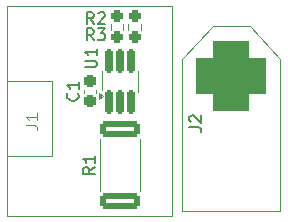
<source format=gbr>
%TF.GenerationSoftware,KiCad,Pcbnew,8.0.9-8.0.9-0~ubuntu22.04.1*%
%TF.CreationDate,2025-08-20T20:13:53+09:00*%
%TF.ProjectId,PD-Trigger,50442d54-7269-4676-9765-722e6b696361,rev?*%
%TF.SameCoordinates,Original*%
%TF.FileFunction,Legend,Top*%
%TF.FilePolarity,Positive*%
%FSLAX46Y46*%
G04 Gerber Fmt 4.6, Leading zero omitted, Abs format (unit mm)*
G04 Created by KiCad (PCBNEW 8.0.9-8.0.9-0~ubuntu22.04.1) date 2025-08-20 20:13:53*
%MOMM*%
%LPD*%
G01*
G04 APERTURE LIST*
G04 Aperture macros list*
%AMRoundRect*
0 Rectangle with rounded corners*
0 $1 Rounding radius*
0 $2 $3 $4 $5 $6 $7 $8 $9 X,Y pos of 4 corners*
0 Add a 4 corners polygon primitive as box body*
4,1,4,$2,$3,$4,$5,$6,$7,$8,$9,$2,$3,0*
0 Add four circle primitives for the rounded corners*
1,1,$1+$1,$2,$3*
1,1,$1+$1,$4,$5*
1,1,$1+$1,$6,$7*
1,1,$1+$1,$8,$9*
0 Add four rect primitives between the rounded corners*
20,1,$1+$1,$2,$3,$4,$5,0*
20,1,$1+$1,$4,$5,$6,$7,0*
20,1,$1+$1,$6,$7,$8,$9,0*
20,1,$1+$1,$8,$9,$2,$3,0*%
G04 Aperture macros list end*
%ADD10C,0.100000*%
%ADD11C,0.150000*%
%ADD12C,0.120000*%
%ADD13C,1.524000*%
%ADD14RoundRect,1.500000X-1.500000X1.500000X-1.500000X-1.500000X1.500000X-1.500000X1.500000X1.500000X0*%
%ADD15C,6.000000*%
%ADD16RoundRect,0.237500X0.237500X-0.250000X0.237500X0.250000X-0.237500X0.250000X-0.237500X-0.250000X0*%
%ADD17RoundRect,0.237500X0.237500X-0.300000X0.237500X0.300000X-0.237500X0.300000X-0.237500X-0.300000X0*%
%ADD18RoundRect,0.162500X0.162500X-0.837500X0.162500X0.837500X-0.162500X0.837500X-0.162500X-0.837500X0*%
%ADD19RoundRect,0.249999X1.425001X-0.450001X1.425001X0.450001X-1.425001X0.450001X-1.425001X-0.450001X0*%
G04 APERTURE END LIST*
D10*
X42789819Y-46256533D02*
X43504104Y-46256533D01*
X43504104Y-46256533D02*
X43646961Y-46304152D01*
X43646961Y-46304152D02*
X43742200Y-46399390D01*
X43742200Y-46399390D02*
X43789819Y-46542247D01*
X43789819Y-46542247D02*
X43789819Y-46637485D01*
X43789819Y-45256533D02*
X43789819Y-45827961D01*
X43789819Y-45542247D02*
X42789819Y-45542247D01*
X42789819Y-45542247D02*
X42932676Y-45637485D01*
X42932676Y-45637485D02*
X43027914Y-45732723D01*
X43027914Y-45732723D02*
X43075533Y-45827961D01*
D11*
X56655619Y-46408933D02*
X57369904Y-46408933D01*
X57369904Y-46408933D02*
X57512761Y-46456552D01*
X57512761Y-46456552D02*
X57608000Y-46551790D01*
X57608000Y-46551790D02*
X57655619Y-46694647D01*
X57655619Y-46694647D02*
X57655619Y-46789885D01*
X56750857Y-45980361D02*
X56703238Y-45932742D01*
X56703238Y-45932742D02*
X56655619Y-45837504D01*
X56655619Y-45837504D02*
X56655619Y-45599409D01*
X56655619Y-45599409D02*
X56703238Y-45504171D01*
X56703238Y-45504171D02*
X56750857Y-45456552D01*
X56750857Y-45456552D02*
X56846095Y-45408933D01*
X56846095Y-45408933D02*
X56941333Y-45408933D01*
X56941333Y-45408933D02*
X57084190Y-45456552D01*
X57084190Y-45456552D02*
X57655619Y-46027980D01*
X57655619Y-46027980D02*
X57655619Y-45408933D01*
X48550533Y-39062819D02*
X48217200Y-38586628D01*
X47979105Y-39062819D02*
X47979105Y-38062819D01*
X47979105Y-38062819D02*
X48360057Y-38062819D01*
X48360057Y-38062819D02*
X48455295Y-38110438D01*
X48455295Y-38110438D02*
X48502914Y-38158057D01*
X48502914Y-38158057D02*
X48550533Y-38253295D01*
X48550533Y-38253295D02*
X48550533Y-38396152D01*
X48550533Y-38396152D02*
X48502914Y-38491390D01*
X48502914Y-38491390D02*
X48455295Y-38539009D01*
X48455295Y-38539009D02*
X48360057Y-38586628D01*
X48360057Y-38586628D02*
X47979105Y-38586628D01*
X48883867Y-38062819D02*
X49502914Y-38062819D01*
X49502914Y-38062819D02*
X49169581Y-38443771D01*
X49169581Y-38443771D02*
X49312438Y-38443771D01*
X49312438Y-38443771D02*
X49407676Y-38491390D01*
X49407676Y-38491390D02*
X49455295Y-38539009D01*
X49455295Y-38539009D02*
X49502914Y-38634247D01*
X49502914Y-38634247D02*
X49502914Y-38872342D01*
X49502914Y-38872342D02*
X49455295Y-38967580D01*
X49455295Y-38967580D02*
X49407676Y-39015200D01*
X49407676Y-39015200D02*
X49312438Y-39062819D01*
X49312438Y-39062819D02*
X49026724Y-39062819D01*
X49026724Y-39062819D02*
X48931486Y-39015200D01*
X48931486Y-39015200D02*
X48883867Y-38967580D01*
X47189580Y-43549866D02*
X47237200Y-43597485D01*
X47237200Y-43597485D02*
X47284819Y-43740342D01*
X47284819Y-43740342D02*
X47284819Y-43835580D01*
X47284819Y-43835580D02*
X47237200Y-43978437D01*
X47237200Y-43978437D02*
X47141961Y-44073675D01*
X47141961Y-44073675D02*
X47046723Y-44121294D01*
X47046723Y-44121294D02*
X46856247Y-44168913D01*
X46856247Y-44168913D02*
X46713390Y-44168913D01*
X46713390Y-44168913D02*
X46522914Y-44121294D01*
X46522914Y-44121294D02*
X46427676Y-44073675D01*
X46427676Y-44073675D02*
X46332438Y-43978437D01*
X46332438Y-43978437D02*
X46284819Y-43835580D01*
X46284819Y-43835580D02*
X46284819Y-43740342D01*
X46284819Y-43740342D02*
X46332438Y-43597485D01*
X46332438Y-43597485D02*
X46380057Y-43549866D01*
X47284819Y-42597485D02*
X47284819Y-43168913D01*
X47284819Y-42883199D02*
X46284819Y-42883199D01*
X46284819Y-42883199D02*
X46427676Y-42978437D01*
X46427676Y-42978437D02*
X46522914Y-43073675D01*
X46522914Y-43073675D02*
X46570533Y-43168913D01*
X47791919Y-41351104D02*
X48601442Y-41351104D01*
X48601442Y-41351104D02*
X48696680Y-41303485D01*
X48696680Y-41303485D02*
X48744300Y-41255866D01*
X48744300Y-41255866D02*
X48791919Y-41160628D01*
X48791919Y-41160628D02*
X48791919Y-40970152D01*
X48791919Y-40970152D02*
X48744300Y-40874914D01*
X48744300Y-40874914D02*
X48696680Y-40827295D01*
X48696680Y-40827295D02*
X48601442Y-40779676D01*
X48601442Y-40779676D02*
X47791919Y-40779676D01*
X48791919Y-39779676D02*
X48791919Y-40351104D01*
X48791919Y-40065390D02*
X47791919Y-40065390D01*
X47791919Y-40065390D02*
X47934776Y-40160628D01*
X47934776Y-40160628D02*
X48030014Y-40255866D01*
X48030014Y-40255866D02*
X48077633Y-40351104D01*
X48634819Y-49796266D02*
X48158628Y-50129599D01*
X48634819Y-50367694D02*
X47634819Y-50367694D01*
X47634819Y-50367694D02*
X47634819Y-49986742D01*
X47634819Y-49986742D02*
X47682438Y-49891504D01*
X47682438Y-49891504D02*
X47730057Y-49843885D01*
X47730057Y-49843885D02*
X47825295Y-49796266D01*
X47825295Y-49796266D02*
X47968152Y-49796266D01*
X47968152Y-49796266D02*
X48063390Y-49843885D01*
X48063390Y-49843885D02*
X48111009Y-49891504D01*
X48111009Y-49891504D02*
X48158628Y-49986742D01*
X48158628Y-49986742D02*
X48158628Y-50367694D01*
X48634819Y-48843885D02*
X48634819Y-49415313D01*
X48634819Y-49129599D02*
X47634819Y-49129599D01*
X47634819Y-49129599D02*
X47777676Y-49224837D01*
X47777676Y-49224837D02*
X47872914Y-49320075D01*
X47872914Y-49320075D02*
X47920533Y-49415313D01*
X48550533Y-37691219D02*
X48217200Y-37215028D01*
X47979105Y-37691219D02*
X47979105Y-36691219D01*
X47979105Y-36691219D02*
X48360057Y-36691219D01*
X48360057Y-36691219D02*
X48455295Y-36738838D01*
X48455295Y-36738838D02*
X48502914Y-36786457D01*
X48502914Y-36786457D02*
X48550533Y-36881695D01*
X48550533Y-36881695D02*
X48550533Y-37024552D01*
X48550533Y-37024552D02*
X48502914Y-37119790D01*
X48502914Y-37119790D02*
X48455295Y-37167409D01*
X48455295Y-37167409D02*
X48360057Y-37215028D01*
X48360057Y-37215028D02*
X47979105Y-37215028D01*
X48931486Y-36786457D02*
X48979105Y-36738838D01*
X48979105Y-36738838D02*
X49074343Y-36691219D01*
X49074343Y-36691219D02*
X49312438Y-36691219D01*
X49312438Y-36691219D02*
X49407676Y-36738838D01*
X49407676Y-36738838D02*
X49455295Y-36786457D01*
X49455295Y-36786457D02*
X49502914Y-36881695D01*
X49502914Y-36881695D02*
X49502914Y-36976933D01*
X49502914Y-36976933D02*
X49455295Y-37119790D01*
X49455295Y-37119790D02*
X48883867Y-37691219D01*
X48883867Y-37691219D02*
X49502914Y-37691219D01*
%TO.C,J1*%
D10*
X45061200Y-48871200D02*
X41251200Y-48871200D01*
X41251200Y-42521200D01*
X45061200Y-42521200D01*
X45061200Y-48871200D01*
X55221200Y-53951200D02*
X41251200Y-53951200D01*
X41251200Y-36171200D01*
X55221200Y-36171200D01*
X55221200Y-53951200D01*
D12*
%TO.C,J2*%
X56048000Y-40676000D02*
X56048000Y-53526000D01*
X56048000Y-53526000D02*
X64348000Y-53526000D01*
X58648000Y-37826000D02*
X56048000Y-40676000D01*
X61798000Y-37826000D02*
X58648000Y-37826000D01*
X64348000Y-40676000D02*
X61798000Y-37826000D01*
X64348000Y-53526000D02*
X64348000Y-40676000D01*
%TO.C,R3*%
X50023500Y-38153424D02*
X50023500Y-37643976D01*
X51068500Y-38153424D02*
X51068500Y-37643976D01*
%TO.C,C1*%
X47750000Y-43529467D02*
X47750000Y-43236933D01*
X48770000Y-43529467D02*
X48770000Y-43236933D01*
%TO.C,U1*%
X49274800Y-42456800D02*
X49274800Y-41656800D01*
X49274800Y-42456800D02*
X49274800Y-43256800D01*
X52344800Y-43416800D02*
X52344800Y-41656800D01*
X49324800Y-43756800D02*
X48994800Y-43996800D01*
X48994800Y-43516800D01*
X49324800Y-43756800D01*
G36*
X49324800Y-43756800D02*
G01*
X48994800Y-43996800D01*
X48994800Y-43516800D01*
X49324800Y-43756800D01*
G37*
%TO.C,R1*%
X49090000Y-51806664D02*
X49090000Y-47452536D01*
X52510000Y-51806664D02*
X52510000Y-47452536D01*
%TO.C,R2*%
X51496700Y-38153424D02*
X51496700Y-37643976D01*
X52541700Y-38153424D02*
X52541700Y-37643976D01*
%TD*%
%LPC*%
D13*
%TO.C,J1*%
X53951200Y-52681200D03*
X53951200Y-50141200D03*
X53951200Y-47601200D03*
X53951200Y-45061200D03*
X53951200Y-42521200D03*
X53951200Y-39981200D03*
X53951200Y-37441200D03*
X46331200Y-52681200D03*
X43791200Y-52681200D03*
X46331200Y-37441200D03*
X43791200Y-37441200D03*
%TD*%
D14*
%TO.C,J2*%
X60198000Y-42076000D03*
D15*
X60198000Y-49276000D03*
%TD*%
D16*
%TO.C,R3*%
X50546000Y-38811200D03*
X50546000Y-36986200D03*
%TD*%
D17*
%TO.C,C1*%
X48260000Y-44245700D03*
X48260000Y-42520700D03*
%TD*%
D18*
%TO.C,U1*%
X49834800Y-44246800D03*
X50784800Y-44246800D03*
X51734800Y-44246800D03*
X51734800Y-40826800D03*
X50784800Y-40826800D03*
X49834800Y-40826800D03*
%TD*%
D19*
%TO.C,R1*%
X50800000Y-52679600D03*
X50800000Y-46579600D03*
%TD*%
D16*
%TO.C,R2*%
X52019200Y-38811200D03*
X52019200Y-36986200D03*
%TD*%
%LPD*%
M02*

</source>
